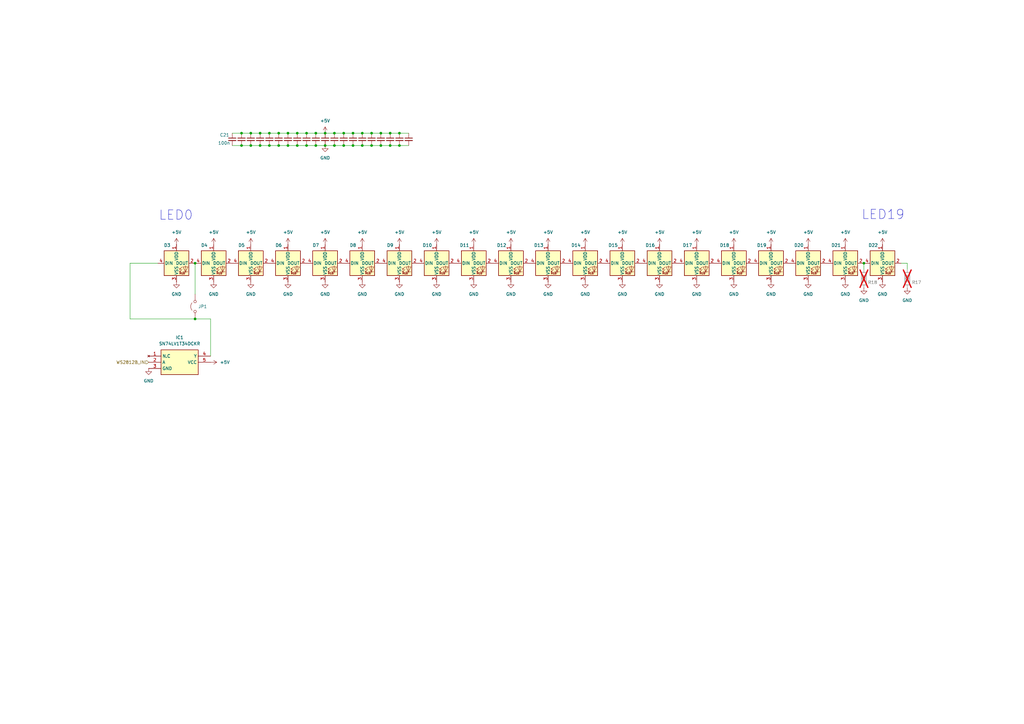
<source format=kicad_sch>
(kicad_sch (version 20231120) (generator "eeschema") (generator_version "8.0")
  (paper "A3")
  (title_block (title "RPM meter LED") (date "2024-11-26") (rev "v1.0") (company "STAPsystem"))
  (lib_symbols
    (symbol "Device:C_Small" (pin_numbers hide) (pin_names (offset 0.254) hide)
      (property "Reference" "C" (at 0.254 1.778 0))
      (property "Value" "C_Small" (at 0.254 -2.032 0))
      (symbol "C_Small_0_1"
        (polyline (pts (xy -1.524 -0.508) (xy 1.524 -0.508)) (stroke (width 0.3302)))
        (polyline (pts (xy -1.524 0.508) (xy 1.524 0.508)) (stroke (width 0.3048)))
      )
      (symbol "C_Small_1_1"
        (pin passive line (at 0 2.54 270) (length 2.032) (name "~") (number "1"))
        (pin passive line (at 0 -2.54 90) (length 2.032) (name "~") (number "2"))
      )
    )
    (symbol "Device:R" (pin_numbers hide) (pin_names (offset 0))
      (property "Reference" "R" (at 2.032 0 90))
      (property "Value" "R" (at 0 0 90))
      (symbol "R_0_1"
        (rectangle (start -1.016 -2.54) (end 1.016 2.54) (stroke (width 0.254)))
      )
      (symbol "R_1_1"
        (pin passive line (at 0 3.81 270) (length 1.27) (name "~") (number "1"))
        (pin passive line (at 0 -3.81 90) (length 1.27) (name "~") (number "2"))
      )
    )
    (symbol "Jumper:Jumper_2_Open" (pin_numbers hide) (pin_names (offset 0) hide) (exclude_from_sim yes)
      (property "Reference" "JP" (at 0 2.794 0))
      (property "Value" "Jumper_2_Open" (at 0 -2.286 0))
      (symbol "Jumper_2_Open_0_0"
        (circle (center -2.032 0) (radius 0.508))
        (circle (center 2.032 0) (radius 0.508))
      )
      (symbol "Jumper_2_Open_0_1"
        (arc (start 1.524 1.27) (mid 0 1.778) (end -1.524 1.27))
      )
      (symbol "Jumper_2_Open_1_1"
        (pin passive line (at -5.08 0 0) (length 2.54) (name "A") (number "1"))
        (pin passive line (at 5.08 0 180) (length 2.54) (name "B") (number "2"))
      )
    )
    (symbol "LED:WS2812B" (pin_names (offset 0.254))
      (property "Reference" "D" (at 5.08 5.715 0))
      (property "Value" "WS2812B" (at 1.27 -5.715 0))
      (symbol "WS2812B_0_0"
        (text "RGB" (at 2.286 -4.191 0) (effects (font (size 0.762 0.762))))
      )
      (symbol "WS2812B_0_1"
        (polyline (pts (xy 1.27 -3.556) (xy 1.778 -3.556)))
        (polyline (pts (xy 1.27 -2.54) (xy 1.778 -2.54)))
        (polyline (pts (xy 4.699 -3.556) (xy 2.667 -3.556)))
        (polyline (pts (xy 2.286 -2.54) (xy 1.27 -3.556) (xy 1.27 -3.048)))
        (polyline (pts (xy 2.286 -1.524) (xy 1.27 -2.54) (xy 1.27 -2.032)))
        (polyline (pts (xy 3.683 -1.016) (xy 3.683 -3.556) (xy 3.683 -4.064)))
        (polyline (pts (xy 4.699 -1.524) (xy 2.667 -1.524) (xy 3.683 -3.556) (xy 4.699 -1.524)))
        (rectangle (start 5.08 5.08) (end -5.08 -5.08) (stroke (width 0.254)) (fill (type background)))
      )
      (symbol "WS2812B_1_1"
        (pin power_in line (at 0 7.62 270) (length 2.54) (name "VDD") (number "1"))
        (pin output line (at 7.62 0 180) (length 2.54) (name "DOUT") (number "2"))
        (pin power_in line (at 0 -7.62 90) (length 2.54) (name "VSS") (number "3"))
        (pin input line (at -7.62 0 0) (length 2.54) (name "DIN") (number "4"))
      )
    )
    (symbol "local_library:SN74LV1T34DCKR"
      (property "Reference" "IC" (at 21.59 7.62 0))
      (property "Value" "SN74LV1T34DCKR" (at 21.59 5.08 0))
      (symbol "SN74LV1T34DCKR_1_1"
        (rectangle (start 5.08 2.54) (end 20.32 -7.62) (stroke (width 0.254)) (fill (type background)))
        (pin no_connect line (at 0 0 0) (length 5.08) (name "N.C") (number "1"))
        (pin passive line (at 0 -2.54 0) (length 5.08) (name "A") (number "2"))
        (pin passive line (at 0 -5.08 0) (length 5.08) (name "GND") (number "3"))
        (pin passive line (at 25.4 0 180) (length 5.08) (name "Y") (number "4"))
        (pin passive line (at 25.4 -2.54 180) (length 5.08) (name "VCC") (number "5"))
      )
    )
    (symbol "power:+5V" (power) (pin_numbers hide) (pin_names (offset 0) hide)
      (property "Value" "+5V" (at 0 3.556 0))
      (symbol "+5V_0_1"
        (polyline (pts (xy -0.762 1.27) (xy 0 2.54)))
        (polyline (pts (xy 0 0) (xy 0 2.54)))
        (polyline (pts (xy 0 2.54) (xy 0.762 1.27)))
      )
      (symbol "+5V_1_1"
        (pin power_in line (at 0 0 90) (length 0) (name "~") (number "1"))
      )
    )
    (symbol "power:GND" (power) (pin_numbers hide) (pin_names (offset 0) hide)
      (property "Value" "GND" (at 0 -3.81 0))
      (symbol "GND_0_1"
        (polyline (pts (xy 0 0) (xy 0 -1.27) (xy 1.27 -1.27) (xy 0 -2.54) (xy -1.27 -1.27) (xy 0 -1.27)))
      )
      (symbol "GND_1_1"
        (pin power_in line (at 0 0 270) (length 0) (name "~") (number "1"))
      )
    )
  )
  (junction (at 80.01 130.81))
  (junction (at 152.4 54.61))
  (junction (at 121.92 59.69))
  (junction (at 148.59 54.61))
  (junction (at 160.02 59.69))
  (junction (at 114.3 54.61))
  (junction (at 118.11 59.69))
  (junction (at 156.21 59.69))
  (junction (at 354.33 107.95))
  (junction (at 133.35 59.69))
  (junction (at 148.59 59.69))
  (junction (at 163.83 54.61))
  (junction (at 114.3 59.69))
  (junction (at 160.02 54.61))
  (junction (at 99.06 59.69))
  (junction (at 110.49 54.61))
  (junction (at 129.54 59.69))
  (junction (at 129.54 54.61))
  (junction (at 140.97 54.61))
  (junction (at 99.06 54.61))
  (junction (at 106.68 59.69))
  (junction (at 137.16 59.69))
  (junction (at 133.35 54.61))
  (junction (at 125.73 54.61))
  (junction (at 152.4 59.69))
  (junction (at 110.49 59.69))
  (junction (at 118.11 54.61))
  (junction (at 144.78 54.61))
  (junction (at 140.97 59.69))
  (junction (at 106.68 54.61))
  (junction (at 102.87 54.61))
  (junction (at 156.21 54.61))
  (junction (at 144.78 59.69))
  (junction (at 137.16 54.61))
  (junction (at 163.83 59.69))
  (junction (at 121.92 54.61))
  (junction (at 102.87 59.69))
  (junction (at 125.73 59.69))
  (junction (at 80.01 107.95))
  (wire (pts (xy 372.11 107.95) (xy 372.11 110.49)))
  (wire (pts (xy 118.11 59.69) (xy 121.92 59.69)))
  (wire (pts (xy 106.68 59.69) (xy 110.49 59.69)))
  (wire (pts (xy 137.16 59.69) (xy 140.97 59.69)))
  (wire (pts (xy 86.36 130.81) (xy 80.01 130.81)))
  (wire (pts (xy 80.01 107.95) (xy 80.01 120.65)))
  (wire (pts (xy 118.11 54.61) (xy 121.92 54.61)))
  (wire (pts (xy 156.21 59.69) (xy 160.02 59.69)))
  (wire (pts (xy 163.83 54.61) (xy 167.64 54.61)))
  (wire (pts (xy 354.33 107.95) (xy 354.33 110.49)))
  (wire (pts (xy 144.78 59.69) (xy 148.59 59.69)))
  (wire (pts (xy 121.92 54.61) (xy 125.73 54.61)))
  (wire (pts (xy 129.54 54.61) (xy 133.35 54.61)))
  (wire (pts (xy 137.16 54.61) (xy 140.97 54.61)))
  (wire (pts (xy 102.87 54.61) (xy 106.68 54.61)))
  (wire (pts (xy 114.3 59.69) (xy 118.11 59.69)))
  (wire (pts (xy 152.4 59.69) (xy 156.21 59.69)))
  (wire (pts (xy 125.73 54.61) (xy 129.54 54.61)))
  (wire (pts (xy 110.49 54.61) (xy 114.3 54.61)))
  (wire (pts (xy 86.36 146.05) (xy 86.36 130.81)))
  (wire (pts (xy 140.97 59.69) (xy 144.78 59.69)))
  (wire (pts (xy 163.83 59.69) (xy 167.64 59.69)))
  (wire (pts (xy 106.68 54.61) (xy 110.49 54.61)))
  (wire (pts (xy 125.73 59.69) (xy 129.54 59.69)))
  (wire (pts (xy 152.4 54.61) (xy 156.21 54.61)))
  (wire (pts (xy 160.02 59.69) (xy 163.83 59.69)))
  (wire (pts (xy 114.3 54.61) (xy 118.11 54.61)))
  (wire (pts (xy 133.35 59.69) (xy 137.16 59.69)))
  (wire (pts (xy 95.25 59.69) (xy 99.06 59.69)))
  (wire (pts (xy 99.06 59.69) (xy 102.87 59.69)))
  (wire (pts (xy 80.01 130.81) (xy 53.34 130.81)))
  (wire (pts (xy 140.97 54.61) (xy 144.78 54.61)))
  (wire (pts (xy 144.78 54.61) (xy 148.59 54.61)))
  (wire (pts (xy 160.02 54.61) (xy 163.83 54.61)))
  (wire (pts (xy 99.06 54.61) (xy 102.87 54.61)))
  (wire (pts (xy 148.59 54.61) (xy 152.4 54.61)))
  (wire (pts (xy 121.92 59.69) (xy 125.73 59.69)))
  (wire (pts (xy 53.34 130.81) (xy 53.34 107.95)))
  (wire (pts (xy 129.54 59.69) (xy 133.35 59.69)))
  (wire (pts (xy 110.49 59.69) (xy 114.3 59.69)))
  (wire (pts (xy 133.35 54.61) (xy 137.16 54.61)))
  (wire (pts (xy 95.25 54.61) (xy 99.06 54.61)))
  (wire (pts (xy 53.34 107.95) (xy 64.77 107.95)))
  (wire (pts (xy 369.57 107.95) (xy 372.11 107.95)))
  (wire (pts (xy 102.87 59.69) (xy 106.68 59.69)))
  (wire (pts (xy 148.59 59.69) (xy 152.4 59.69)))
  (wire (pts (xy 156.21 54.61) (xy 160.02 54.61)))
  (text "LED19" (at 362.204 88.138 0) (effects (font (size 3.81 3.81))))
  (text "LED0" (at 72.136 88.392 0) (effects (font (size 3.81 3.81))))
  (hierarchical_label "WS2812B_IN" (shape input) (at 60.96 148.59 180))
  (symbol (lib_id "power:+5V") (at 285.75 100.33 0) (unit 1)
    (property "Reference" "#PWR077" (effects (hide yes)))
    (property "Value" "+5V" (at 285.75 95.25 0))
    (property "Description" "Power symbol creates a global label with name \"+5V\"" (effects (hide yes)))
  )
  (symbol (lib_id "Device:C_Small") (at 152.4 57.15 0) (unit 1)
    (property "Reference" "C43" (effects (hide yes)))
    (property "Value" "100n" (effects (hide yes)))
    (property "Footprint" "Capacitor_SMD:C_0603_1608Metric" (effects (hide yes)))
    (property "Description" "Unpolarized capacitor, small symbol" (effects (hide yes)))
  )
  (symbol (lib_id "LED:WS2812B") (at 133.35 107.95 0) (unit 1)
    (property "Reference" "D7" (at 129.54 100.584 0))
    (property "Value" "WS2812B" (effects (hide yes)))
    (property "Footprint" "Library_local:LED_WS2812B-2020_PLCC4_2.0x2.0mm" (effects (hide yes)))
    (property "Datasheet" "https://cdn-shop.adafruit.com/datasheets/WS2812B.pdf" (effects (hide yes)))
    (property "Description" "RGB LED with integrated controller" (effects (hide yes)))
  )
  (symbol (lib_id "power:+5V") (at 255.27 100.33 0) (unit 1)
    (property "Reference" "#PWR073" (effects (hide yes)))
    (property "Value" "+5V" (at 255.27 95.25 0))
    (property "Description" "Power symbol creates a global label with name \"+5V\"" (effects (hide yes)))
  )
  (symbol (lib_id "power:+5V") (at 270.51 100.33 0) (unit 1)
    (property "Reference" "#PWR075" (effects (hide yes)))
    (property "Value" "+5V" (at 270.51 95.25 0))
    (property "Description" "Power symbol creates a global label with name \"+5V\"" (effects (hide yes)))
  )
  (symbol (lib_id "Device:C_Small") (at 118.11 57.15 0) (unit 1)
    (property "Reference" "C34" (effects (hide yes)))
    (property "Value" "100n" (effects (hide yes)))
    (property "Footprint" "Capacitor_SMD:C_0603_1608Metric" (effects (hide yes)))
    (property "Description" "Unpolarized capacitor, small symbol" (effects (hide yes)))
  )
  (symbol (lib_id "LED:WS2812B") (at 179.07 107.95 0) (unit 1)
    (property "Reference" "D10" (at 175.26 100.584 0))
    (property "Value" "WS2812B" (effects (hide yes)))
    (property "Footprint" "Library_local:LED_WS2812B-2020_PLCC4_2.0x2.0mm" (effects (hide yes)))
    (property "Datasheet" "https://cdn-shop.adafruit.com/datasheets/WS2812B.pdf" (effects (hide yes)))
    (property "Description" "RGB LED with integrated controller" (effects (hide yes)))
  )
  (symbol (lib_id "power:GND") (at 270.51 115.57 0) (unit 1)
    (property "Reference" "#PWR076" (effects (hide yes)))
    (property "Value" "GND" (at 270.51 120.65 0))
    (property "Description" "Power symbol creates a global label with name \"GND\" , ground" (effects (hide yes)))
  )
  (symbol (lib_id "power:+5V") (at 102.87 100.33 0) (unit 1)
    (property "Reference" "#PWR012" (effects (hide yes)))
    (property "Value" "+5V" (at 102.87 95.25 0))
    (property "Description" "Power symbol creates a global label with name \"+5V\"" (effects (hide yes)))
  )
  (symbol (lib_id "power:GND") (at 300.99 115.57 0) (unit 1)
    (property "Reference" "#PWR080" (effects (hide yes)))
    (property "Value" "GND" (at 300.99 120.65 0))
    (property "Description" "Power symbol creates a global label with name \"GND\" , ground" (effects (hide yes)))
  )
  (symbol (lib_id "power:+5V") (at 224.79 100.33 0) (unit 1)
    (property "Reference" "#PWR069" (effects (hide yes)))
    (property "Value" "+5V" (at 224.79 95.25 0))
    (property "Description" "Power symbol creates a global label with name \"+5V\"" (effects (hide yes)))
  )
  (symbol (lib_id "power:GND") (at 148.59 115.57 0) (unit 1)
    (property "Reference" "#PWR019" (effects (hide yes)))
    (property "Value" "GND" (at 148.59 120.65 0))
    (property "Description" "Power symbol creates a global label with name \"GND\" , ground" (effects (hide yes)))
  )
  (symbol (lib_id "LED:WS2812B") (at 240.03 107.95 0) (unit 1)
    (property "Reference" "D14" (at 236.22 100.584 0))
    (property "Value" "WS2812B" (effects (hide yes)))
    (property "Footprint" "Library_local:LED_WS2812B-2020_PLCC4_2.0x2.0mm" (effects (hide yes)))
    (property "Datasheet" "https://cdn-shop.adafruit.com/datasheets/WS2812B.pdf" (effects (hide yes)))
    (property "Description" "RGB LED with integrated controller" (effects (hide yes)))
  )
  (symbol (lib_id "power:+5V") (at 194.31 100.33 0) (unit 1)
    (property "Reference" "#PWR024" (effects (hide yes)))
    (property "Value" "+5V" (at 194.31 95.25 0))
    (property "Description" "Power symbol creates a global label with name \"+5V\"" (effects (hide yes)))
  )
  (symbol (lib_id "power:GND") (at 285.75 115.57 0) (unit 1)
    (property "Reference" "#PWR078" (effects (hide yes)))
    (property "Value" "GND" (at 285.75 120.65 0))
    (property "Description" "Power symbol creates a global label with name \"GND\" , ground" (effects (hide yes)))
  )
  (symbol (lib_id "power:GND") (at 224.79 115.57 0) (unit 1)
    (property "Reference" "#PWR070" (effects (hide yes)))
    (property "Value" "GND" (at 224.79 120.65 0))
    (property "Description" "Power symbol creates a global label with name \"GND\" , ground" (effects (hide yes)))
  )
  (symbol (lib_id "Jumper:Jumper_2_Open") (at 80.01 125.73 90) (unit 1) (exclude_from_sim yes)
    (property "Reference" "JP1" (at 81.28 125.7299 90) (effects (justify right)))
    (property "Value" "Jumper_2_Open" (effects (hide yes)))
    (property "Footprint" "Jumper:SolderJumper-2_P1.3mm_Open_TrianglePad1.0x1.5mm" (effects (hide yes)))
    (property "Description" "Jumper, 2-pole, open" (effects (hide yes)))
  )
  (symbol (lib_id "power:GND") (at 316.23 115.57 0) (unit 1)
    (property "Reference" "#PWR082" (effects (hide yes)))
    (property "Value" "GND" (at 316.23 120.65 0))
    (property "Description" "Power symbol creates a global label with name \"GND\" , ground" (effects (hide yes)))
  )
  (symbol (lib_id "power:GND") (at 72.39 115.57 0) (unit 1)
    (property "Reference" "#PWR08" (effects (hide yes)))
    (property "Value" "GND" (at 72.39 120.65 0))
    (property "Description" "Power symbol creates a global label with name \"GND\" , ground" (effects (hide yes)))
  )
  (symbol (lib_id "power:GND") (at 346.71 115.57 0) (unit 1)
    (property "Reference" "#PWR086" (effects (hide yes)))
    (property "Value" "GND" (at 346.71 120.65 0))
    (property "Description" "Power symbol creates a global label with name \"GND\" , ground" (effects (hide yes)))
  )
  (symbol (lib_id "LED:WS2812B") (at 300.99 107.95 0) (unit 1)
    (property "Reference" "D18" (at 297.18 100.584 0))
    (property "Value" "WS2812B" (effects (hide yes)))
    (property "Footprint" "Library_local:LED_WS2812B-2020_PLCC4_2.0x2.0mm" (effects (hide yes)))
    (property "Datasheet" "https://cdn-shop.adafruit.com/datasheets/WS2812B.pdf" (effects (hide yes)))
    (property "Description" "RGB LED with integrated controller" (effects (hide yes)))
  )
  (symbol (lib_id "Device:C_Small") (at 133.35 57.15 0) (unit 1)
    (property "Reference" "C38" (effects (hide yes)))
    (property "Value" "100n" (effects (hide yes)))
    (property "Footprint" "Capacitor_SMD:C_0603_1608Metric" (effects (hide yes)))
    (property "Description" "Unpolarized capacitor, small symbol" (effects (hide yes)))
  )
  (symbol (lib_id "Device:C_Small") (at 114.3 57.15 0) (unit 1)
    (property "Reference" "C33" (effects (hide yes)))
    (property "Value" "100n" (effects (hide yes)))
    (property "Footprint" "Capacitor_SMD:C_0603_1608Metric" (effects (hide yes)))
    (property "Description" "Unpolarized capacitor, small symbol" (effects (hide yes)))
  )
  (symbol (lib_id "Device:R") (at 372.11 114.3 180) (unit 1) (dnp yes)
    (property "Reference" "R17" (at 375.92 115.824 0))
    (property "Value" "10k" (at 372.11 114.3 90))
    (property "Footprint" "Resistor_SMD:R_0603_1608Metric" (effects (hide yes)))
    (property "Description" "Resistor" (effects (hide yes)))
  )
  (symbol (lib_id "power:+5V") (at 133.35 54.61 0) (unit 1)
    (property "Reference" "#PWR097" (effects (hide yes)))
    (property "Value" "+5V" (at 133.35 49.53 0))
    (property "Description" "Power symbol creates a global label with name \"+5V\"" (effects (hide yes)))
  )
  (symbol (lib_id "power:+5V") (at 179.07 100.33 0) (unit 1)
    (property "Reference" "#PWR022" (effects (hide yes)))
    (property "Value" "+5V" (at 179.07 95.25 0))
    (property "Description" "Power symbol creates a global label with name \"+5V\"" (effects (hide yes)))
  )
  (symbol (lib_id "Device:R") (at 354.33 114.3 180) (unit 1) (dnp yes)
    (property "Reference" "R18" (at 357.886 115.824 0))
    (property "Value" "10k" (at 354.33 114.3 90))
    (property "Footprint" "Resistor_SMD:R_0603_1608Metric" (effects (hide yes)))
    (property "Description" "Resistor" (effects (hide yes)))
  )
  (symbol (lib_id "power:GND") (at 255.27 115.57 0) (unit 1)
    (property "Reference" "#PWR074" (effects (hide yes)))
    (property "Value" "GND" (at 255.27 120.65 0))
    (property "Description" "Power symbol creates a global label with name \"GND\" , ground" (effects (hide yes)))
  )
  (symbol (lib_id "LED:WS2812B") (at 270.51 107.95 0) (unit 1)
    (property "Reference" "D16" (at 266.7 100.584 0))
    (property "Value" "WS2812B" (effects (hide yes)))
    (property "Footprint" "Library_local:LED_WS2812B-2020_PLCC4_2.0x2.0mm" (effects (hide yes)))
    (property "Datasheet" "https://cdn-shop.adafruit.com/datasheets/WS2812B.pdf" (effects (hide yes)))
    (property "Description" "RGB LED with integrated controller" (effects (hide yes)))
  )
  (symbol (lib_id "LED:WS2812B") (at 163.83 107.95 0) (unit 1)
    (property "Reference" "D9" (at 160.02 100.584 0))
    (property "Value" "WS2812B" (effects (hide yes)))
    (property "Footprint" "Library_local:LED_WS2812B-2020_PLCC4_2.0x2.0mm" (effects (hide yes)))
    (property "Datasheet" "https://cdn-shop.adafruit.com/datasheets/WS2812B.pdf" (effects (hide yes)))
    (property "Description" "RGB LED with integrated controller" (effects (hide yes)))
  )
  (symbol (lib_id "power:GND") (at 102.87 115.57 0) (unit 1)
    (property "Reference" "#PWR013" (effects (hide yes)))
    (property "Value" "GND" (at 102.87 120.65 0))
    (property "Description" "Power symbol creates a global label with name \"GND\" , ground" (effects (hide yes)))
  )
  (symbol (lib_id "power:+5V") (at 346.71 100.33 0) (unit 1)
    (property "Reference" "#PWR085" (effects (hide yes)))
    (property "Value" "+5V" (at 346.71 95.25 0))
    (property "Description" "Power symbol creates a global label with name \"+5V\"" (effects (hide yes)))
  )
  (symbol (lib_id "power:+5V") (at 361.95 100.33 0) (unit 1)
    (property "Reference" "#PWR087" (effects (hide yes)))
    (property "Value" "+5V" (at 361.95 95.25 0))
    (property "Description" "Power symbol creates a global label with name \"+5V\"" (effects (hide yes)))
  )
  (symbol (lib_id "power:GND") (at 354.33 118.11 0) (unit 1)
    (property "Reference" "#PWR096" (effects (hide yes)))
    (property "Value" "GND" (at 354.33 123.19 0))
    (property "Description" "Power symbol creates a global label with name \"GND\" , ground" (effects (hide yes)))
  )
  (symbol (lib_id "LED:WS2812B") (at 194.31 107.95 0) (unit 1)
    (property "Reference" "D11" (at 190.5 100.584 0))
    (property "Value" "WS2812B" (effects (hide yes)))
    (property "Footprint" "Library_local:LED_WS2812B-2020_PLCC4_2.0x2.0mm" (effects (hide yes)))
    (property "Datasheet" "https://cdn-shop.adafruit.com/datasheets/WS2812B.pdf" (effects (hide yes)))
    (property "Description" "RGB LED with integrated controller" (effects (hide yes)))
  )
  (symbol (lib_id "power:+5V") (at 72.39 100.33 0) (unit 1)
    (property "Reference" "#PWR09" (effects (hide yes)))
    (property "Value" "+5V" (at 72.39 95.25 0))
    (property "Description" "Power symbol creates a global label with name \"+5V\"" (effects (hide yes)))
  )
  (symbol (lib_id "Device:C_Small") (at 129.54 57.15 0) (unit 1)
    (property "Reference" "C37" (effects (hide yes)))
    (property "Value" "100n" (effects (hide yes)))
    (property "Footprint" "Capacitor_SMD:C_0603_1608Metric" (effects (hide yes)))
    (property "Description" "Unpolarized capacitor, small symbol" (effects (hide yes)))
  )
  (symbol (lib_id "power:GND") (at 361.95 115.57 0) (unit 1)
    (property "Reference" "#PWR088" (effects (hide yes)))
    (property "Value" "GND" (at 361.95 120.65 0))
    (property "Description" "Power symbol creates a global label with name \"GND\" , ground" (effects (hide yes)))
  )
  (symbol (lib_id "power:+5V") (at 118.11 100.33 0) (unit 1)
    (property "Reference" "#PWR014" (effects (hide yes)))
    (property "Value" "+5V" (at 118.11 95.25 0))
    (property "Description" "Power symbol creates a global label with name \"+5V\"" (effects (hide yes)))
  )
  (symbol (lib_id "power:GND") (at 209.55 115.57 0) (unit 1)
    (property "Reference" "#PWR027" (effects (hide yes)))
    (property "Value" "GND" (at 209.55 120.65 0))
    (property "Description" "Power symbol creates a global label with name \"GND\" , ground" (effects (hide yes)))
  )
  (symbol (lib_id "Device:C_Small") (at 148.59 57.15 0) (unit 1)
    (property "Reference" "C42" (effects (hide yes)))
    (property "Value" "100n" (effects (hide yes)))
    (property "Footprint" "Capacitor_SMD:C_0603_1608Metric" (effects (hide yes)))
    (property "Description" "Unpolarized capacitor, small symbol" (effects (hide yes)))
  )
  (symbol (lib_id "power:+5V") (at 300.99 100.33 0) (unit 1)
    (property "Reference" "#PWR079" (effects (hide yes)))
    (property "Value" "+5V" (at 300.99 95.25 0))
    (property "Description" "Power symbol creates a global label with name \"+5V\"" (effects (hide yes)))
  )
  (symbol (lib_id "power:+5V") (at 240.03 100.33 0) (unit 1)
    (property "Reference" "#PWR071" (effects (hide yes)))
    (property "Value" "+5V" (at 240.03 95.25 0))
    (property "Description" "Power symbol creates a global label with name \"+5V\"" (effects (hide yes)))
  )
  (symbol (lib_id "power:GND") (at 240.03 115.57 0) (unit 1)
    (property "Reference" "#PWR072" (effects (hide yes)))
    (property "Value" "GND" (at 240.03 120.65 0))
    (property "Description" "Power symbol creates a global label with name \"GND\" , ground" (effects (hide yes)))
  )
  (symbol (lib_id "power:GND") (at 133.35 115.57 0) (unit 1)
    (property "Reference" "#PWR017" (effects (hide yes)))
    (property "Value" "GND" (at 133.35 120.65 0))
    (property "Description" "Power symbol creates a global label with name \"GND\" , ground" (effects (hide yes)))
  )
  (symbol (lib_id "Device:C_Small") (at 144.78 57.15 0) (unit 1)
    (property "Reference" "C41" (effects (hide yes)))
    (property "Value" "100n" (effects (hide yes)))
    (property "Footprint" "Capacitor_SMD:C_0603_1608Metric" (effects (hide yes)))
    (property "Description" "Unpolarized capacitor, small symbol" (effects (hide yes)))
  )
  (symbol (lib_id "Device:C_Small") (at 121.92 57.15 0) (unit 1)
    (property "Reference" "C35" (effects (hide yes)))
    (property "Value" "100n" (effects (hide yes)))
    (property "Footprint" "Capacitor_SMD:C_0603_1608Metric" (effects (hide yes)))
    (property "Description" "Unpolarized capacitor, small symbol" (effects (hide yes)))
  )
  (symbol (lib_id "power:GND") (at 331.47 115.57 0) (unit 1)
    (property "Reference" "#PWR084" (effects (hide yes)))
    (property "Value" "GND" (at 331.47 120.65 0))
    (property "Description" "Power symbol creates a global label with name \"GND\" , ground" (effects (hide yes)))
  )
  (symbol (lib_id "power:+5V") (at 163.83 100.33 0) (unit 1)
    (property "Reference" "#PWR020" (effects (hide yes)))
    (property "Value" "+5V" (at 163.83 95.25 0))
    (property "Description" "Power symbol creates a global label with name \"+5V\"" (effects (hide yes)))
  )
  (symbol (lib_id "LED:WS2812B") (at 361.95 107.95 0) (unit 1)
    (property "Reference" "D22" (at 358.14 100.584 0))
    (property "Value" "WS2812B" (effects (hide yes)))
    (property "Footprint" "Library_local:LED_WS2812B-2020_PLCC4_2.0x2.0mm" (effects (hide yes)))
    (property "Datasheet" "https://cdn-shop.adafruit.com/datasheets/WS2812B.pdf" (effects (hide yes)))
    (property "Description" "RGB LED with integrated controller" (effects (hide yes)))
  )
  (symbol (lib_id "Device:C_Small") (at 125.73 57.15 0) (unit 1)
    (property "Reference" "C36" (effects (hide yes)))
    (property "Value" "100n" (effects (hide yes)))
    (property "Footprint" "Capacitor_SMD:C_0603_1608Metric" (effects (hide yes)))
    (property "Description" "Unpolarized capacitor, small symbol" (effects (hide yes)))
  )
  (symbol (lib_id "Device:C_Small") (at 167.64 57.15 0) (unit 1)
    (property "Reference" "C47" (effects (hide yes)))
    (property "Value" "100n" (effects (hide yes)))
    (property "Footprint" "Capacitor_SMD:C_0603_1608Metric" (effects (hide yes)))
    (property "Description" "Unpolarized capacitor, small symbol" (effects (hide yes)))
  )
  (symbol (lib_id "power:+5V") (at 148.59 100.33 0) (unit 1)
    (property "Reference" "#PWR018" (effects (hide yes)))
    (property "Value" "+5V" (at 148.59 95.25 0))
    (property "Description" "Power symbol creates a global label with name \"+5V\"" (effects (hide yes)))
  )
  (symbol (lib_id "Device:C_Small") (at 106.68 57.15 0) (unit 1)
    (property "Reference" "C31" (effects (hide yes)))
    (property "Value" "100n" (effects (hide yes)))
    (property "Footprint" "Capacitor_SMD:C_0603_1608Metric" (effects (hide yes)))
    (property "Description" "Unpolarized capacitor, small symbol" (effects (hide yes)))
  )
  (symbol (lib_id "Device:C_Small") (at 160.02 57.15 0) (unit 1)
    (property "Reference" "C45" (effects (hide yes)))
    (property "Value" "100n" (effects (hide yes)))
    (property "Footprint" "Capacitor_SMD:C_0603_1608Metric" (effects (hide yes)))
    (property "Description" "Unpolarized capacitor, small symbol" (effects (hide yes)))
  )
  (symbol (lib_id "power:+5V") (at 87.63 100.33 0) (unit 1)
    (property "Reference" "#PWR010" (effects (hide yes)))
    (property "Value" "+5V" (at 87.63 95.25 0))
    (property "Description" "Power symbol creates a global label with name \"+5V\"" (effects (hide yes)))
  )
  (symbol (lib_id "LED:WS2812B") (at 87.63 107.95 0) (unit 1)
    (property "Reference" "D4" (at 83.82 100.584 0))
    (property "Value" "WS2812B" (effects (hide yes)))
    (property "Footprint" "Library_local:LED_WS2812B-2020_PLCC4_2.0x2.0mm" (effects (hide yes)))
    (property "Datasheet" "https://cdn-shop.adafruit.com/datasheets/WS2812B.pdf" (effects (hide yes)))
    (property "Description" "RGB LED with integrated controller" (effects (hide yes)))
  )
  (symbol (lib_id "power:GND") (at 118.11 115.57 0) (unit 1)
    (property "Reference" "#PWR015" (effects (hide yes)))
    (property "Value" "GND" (at 118.11 120.65 0))
    (property "Description" "Power symbol creates a global label with name \"GND\" , ground" (effects (hide yes)))
  )
  (symbol (lib_id "local_library:SN74LV1T34DCKR") (at 60.96 146.05 0) (unit 1)
    (property "Reference" "IC1" (at 73.66 138.43 0))
    (property "Value" "SN74LV1T34DCKR" (at 73.66 140.97 0))
    (property "Footprint" "Library_local:SOT65P210X110-5N" (effects (hide yes)))
    (property "Datasheet" "http://www.ti.com/lit/gpn/sn74lv1t34" (effects (hide yes)))
    (property "Description" "Single Power Supply BUFFER Logic Level Shifter (no enable)" (effects (hide yes)))
    (property "Height" "1.1" (effects (hide yes)))
    (property "Mouser Part Number" "595-SN74LV1T34DCKR" (effects (hide yes)))
    (property "Mouser Price/Stock" "https://www.mouser.co.uk/ProductDetail/Texas-Instruments/SN74LV1T34DCKR?qs=8sOby8ZxZLGjFfifrzzjkQ%3D%3D" (effects (hide yes)))
    (property "Manufacturer_Name" "Texas Instruments" (effects (hide yes)))
    (property "Manufacturer_Part_Number" "SN74LV1T34DCKR" (effects (hide yes)))
  )
  (symbol (lib_id "Device:C_Small") (at 99.06 57.15 0) (unit 1)
    (property "Reference" "C29" (effects (hide yes)))
    (property "Value" "100n" (effects (hide yes)))
    (property "Footprint" "Capacitor_SMD:C_0603_1608Metric" (effects (hide yes)))
    (property "Description" "Unpolarized capacitor, small symbol" (effects (hide yes)))
  )
  (symbol (lib_id "Device:C_Small") (at 110.49 57.15 0) (unit 1)
    (property "Reference" "C32" (effects (hide yes)))
    (property "Value" "100n" (effects (hide yes)))
    (property "Footprint" "Capacitor_SMD:C_0603_1608Metric" (effects (hide yes)))
    (property "Description" "Unpolarized capacitor, small symbol" (effects (hide yes)))
  )
  (symbol (lib_id "LED:WS2812B") (at 209.55 107.95 0) (unit 1)
    (property "Reference" "D12" (at 205.74 100.584 0))
    (property "Value" "WS2812B" (effects (hide yes)))
    (property "Footprint" "Library_local:LED_WS2812B-2020_PLCC4_2.0x2.0mm" (effects (hide yes)))
    (property "Datasheet" "https://cdn-shop.adafruit.com/datasheets/WS2812B.pdf" (effects (hide yes)))
    (property "Description" "RGB LED with integrated controller" (effects (hide yes)))
  )
  (symbol (lib_id "power:+5V") (at 133.35 100.33 0) (unit 1)
    (property "Reference" "#PWR016" (effects (hide yes)))
    (property "Value" "+5V" (at 133.35 95.25 0))
    (property "Description" "Power symbol creates a global label with name \"+5V\"" (effects (hide yes)))
  )
  (symbol (lib_id "power:GND") (at 163.83 115.57 0) (unit 1)
    (property "Reference" "#PWR021" (effects (hide yes)))
    (property "Value" "GND" (at 163.83 120.65 0))
    (property "Description" "Power symbol creates a global label with name \"GND\" , ground" (effects (hide yes)))
  )
  (symbol (lib_id "LED:WS2812B") (at 316.23 107.95 0) (unit 1)
    (property "Reference" "D19" (at 312.42 100.584 0))
    (property "Value" "WS2812B" (effects (hide yes)))
    (property "Footprint" "Library_local:LED_WS2812B-2020_PLCC4_2.0x2.0mm" (effects (hide yes)))
    (property "Datasheet" "https://cdn-shop.adafruit.com/datasheets/WS2812B.pdf" (effects (hide yes)))
    (property "Description" "RGB LED with integrated controller" (effects (hide yes)))
  )
  (symbol (lib_id "Device:C_Small") (at 95.25 57.15 0) (unit 1)
    (property "Reference" "C21" (at 90.17 55.372 0) (effects (justify left)))
    (property "Value" "100n" (at 89.408 58.674 0) (effects (justify left)))
    (property "Footprint" "Capacitor_SMD:C_0603_1608Metric" (effects (hide yes)))
    (property "Description" "Unpolarized capacitor, small symbol" (effects (hide yes)))
  )
  (symbol (lib_id "power:GND") (at 179.07 115.57 0) (unit 1)
    (property "Reference" "#PWR023" (effects (hide yes)))
    (property "Value" "GND" (at 179.07 120.65 0))
    (property "Description" "Power symbol creates a global label with name \"GND\" , ground" (effects (hide yes)))
  )
  (symbol (lib_id "LED:WS2812B") (at 72.39 107.95 0) (unit 1)
    (property "Reference" "D3" (at 68.58 100.584 0))
    (property "Value" "WS2812B" (effects (hide yes)))
    (property "Footprint" "Library_local:LED_WS2812B-2020_PLCC4_2.0x2.0mm" (effects (hide yes)))
    (property "Datasheet" "https://cdn-shop.adafruit.com/datasheets/WS2812B.pdf" (effects (hide yes)))
    (property "Description" "RGB LED with integrated controller" (effects (hide yes)))
  )
  (symbol (lib_id "Device:C_Small") (at 137.16 57.15 0) (unit 1)
    (property "Reference" "C39" (effects (hide yes)))
    (property "Value" "100n" (effects (hide yes)))
    (property "Footprint" "Capacitor_SMD:C_0603_1608Metric" (effects (hide yes)))
    (property "Description" "Unpolarized capacitor, small symbol" (effects (hide yes)))
  )
  (symbol (lib_id "power:GND") (at 60.96 151.13 0) (unit 1)
    (property "Reference" "#PWR090" (effects (hide yes)))
    (property "Value" "GND" (at 60.96 156.21 0))
    (property "Description" "Power symbol creates a global label with name \"GND\" , ground" (effects (hide yes)))
  )
  (symbol (lib_id "power:+5V") (at 316.23 100.33 0) (unit 1)
    (property "Reference" "#PWR081" (effects (hide yes)))
    (property "Value" "+5V" (at 316.23 95.25 0))
    (property "Description" "Power symbol creates a global label with name \"+5V\"" (effects (hide yes)))
  )
  (symbol (lib_id "power:+5V") (at 86.36 148.59 270) (unit 1)
    (property "Reference" "#PWR089" (effects (hide yes)))
    (property "Value" "+5V" (at 90.17 148.5899 90) (effects (justify left)))
    (property "Description" "Power symbol creates a global label with name \"+5V\"" (effects (hide yes)))
  )
  (symbol (lib_id "power:GND") (at 194.31 115.57 0) (unit 1)
    (property "Reference" "#PWR025" (effects (hide yes)))
    (property "Value" "GND" (at 194.31 120.65 0))
    (property "Description" "Power symbol creates a global label with name \"GND\" , ground" (effects (hide yes)))
  )
  (symbol (lib_id "Device:C_Small") (at 102.87 57.15 0) (unit 1)
    (property "Reference" "C30" (effects (hide yes)))
    (property "Value" "100n" (effects (hide yes)))
    (property "Footprint" "Capacitor_SMD:C_0603_1608Metric" (effects (hide yes)))
    (property "Description" "Unpolarized capacitor, small symbol" (effects (hide yes)))
  )
  (symbol (lib_id "power:+5V") (at 331.47 100.33 0) (unit 1)
    (property "Reference" "#PWR083" (effects (hide yes)))
    (property "Value" "+5V" (at 331.47 95.25 0))
    (property "Description" "Power symbol creates a global label with name \"+5V\"" (effects (hide yes)))
  )
  (symbol (lib_id "LED:WS2812B") (at 224.79 107.95 0) (unit 1)
    (property "Reference" "D13" (at 220.98 100.584 0))
    (property "Value" "WS2812B" (effects (hide yes)))
    (property "Footprint" "Library_local:LED_WS2812B-2020_PLCC4_2.0x2.0mm" (effects (hide yes)))
    (property "Datasheet" "https://cdn-shop.adafruit.com/datasheets/WS2812B.pdf" (effects (hide yes)))
    (property "Description" "RGB LED with integrated controller" (effects (hide yes)))
  )
  (symbol (lib_id "power:GND") (at 133.35 59.69 0) (unit 1)
    (property "Reference" "#PWR098" (effects (hide yes)))
    (property "Value" "GND" (at 133.35 64.77 0))
    (property "Description" "Power symbol creates a global label with name \"GND\" , ground" (effects (hide yes)))
  )
  (symbol (lib_id "Device:C_Small") (at 163.83 57.15 0) (unit 1)
    (property "Reference" "C46" (effects (hide yes)))
    (property "Value" "100n" (effects (hide yes)))
    (property "Footprint" "Capacitor_SMD:C_0603_1608Metric" (effects (hide yes)))
    (property "Description" "Unpolarized capacitor, small symbol" (effects (hide yes)))
  )
  (symbol (lib_id "power:GND") (at 372.11 118.11 0) (unit 1)
    (property "Reference" "#PWR095" (effects (hide yes)))
    (property "Value" "GND" (at 372.11 123.19 0))
    (property "Description" "Power symbol creates a global label with name \"GND\" , ground" (effects (hide yes)))
  )
  (symbol (lib_id "power:GND") (at 87.63 115.57 0) (unit 1)
    (property "Reference" "#PWR011" (effects (hide yes)))
    (property "Value" "GND" (at 87.63 120.65 0))
    (property "Description" "Power symbol creates a global label with name \"GND\" , ground" (effects (hide yes)))
  )
  (symbol (lib_id "LED:WS2812B") (at 118.11 107.95 0) (unit 1)
    (property "Reference" "D6" (at 114.3 100.584 0))
    (property "Value" "WS2812B" (effects (hide yes)))
    (property "Footprint" "Library_local:LED_WS2812B-2020_PLCC4_2.0x2.0mm" (effects (hide yes)))
    (property "Datasheet" "https://cdn-shop.adafruit.com/datasheets/WS2812B.pdf" (effects (hide yes)))
    (property "Description" "RGB LED with integrated controller" (effects (hide yes)))
  )
  (symbol (lib_id "LED:WS2812B") (at 255.27 107.95 0) (unit 1)
    (property "Reference" "D15" (at 251.46 100.584 0))
    (property "Value" "WS2812B" (effects (hide yes)))
    (property "Footprint" "Library_local:LED_WS2812B-2020_PLCC4_2.0x2.0mm" (effects (hide yes)))
    (property "Datasheet" "https://cdn-shop.adafruit.com/datasheets/WS2812B.pdf" (effects (hide yes)))
    (property "Description" "RGB LED with integrated controller" (effects (hide yes)))
  )
  (symbol (lib_id "LED:WS2812B") (at 331.47 107.95 0) (unit 1)
    (property "Reference" "D20" (at 327.66 100.584 0))
    (property "Value" "WS2812B" (effects (hide yes)))
    (property "Footprint" "Library_local:LED_WS2812B-2020_PLCC4_2.0x2.0mm" (effects (hide yes)))
    (property "Datasheet" "https://cdn-shop.adafruit.com/datasheets/WS2812B.pdf" (effects (hide yes)))
    (property "Description" "RGB LED with integrated controller" (effects (hide yes)))
  )
  (symbol (lib_id "Device:C_Small") (at 156.21 57.15 0) (unit 1)
    (property "Reference" "C44" (effects (hide yes)))
    (property "Value" "100n" (effects (hide yes)))
    (property "Footprint" "Capacitor_SMD:C_0603_1608Metric" (effects (hide yes)))
    (property "Description" "Unpolarized capacitor, small symbol" (effects (hide yes)))
  )
  (symbol (lib_id "power:+5V") (at 209.55 100.33 0) (unit 1)
    (property "Reference" "#PWR026" (effects (hide yes)))
    (property "Value" "+5V" (at 209.55 95.25 0))
    (property "Description" "Power symbol creates a global label with name \"+5V\"" (effects (hide yes)))
  )
  (symbol (lib_id "LED:WS2812B") (at 102.87 107.95 0) (unit 1)
    (property "Reference" "D5" (at 99.06 100.584 0))
    (property "Value" "WS2812B" (effects (hide yes)))
    (property "Footprint" "Library_local:LED_WS2812B-2020_PLCC4_2.0x2.0mm" (effects (hide yes)))
    (property "Datasheet" "https://cdn-shop.adafruit.com/datasheets/WS2812B.pdf" (effects (hide yes)))
    (property "Description" "RGB LED with integrated controller" (effects (hide yes)))
  )
  (symbol (lib_id "LED:WS2812B") (at 285.75 107.95 0) (unit 1)
    (property "Reference" "D17" (at 281.94 100.584 0))
    (property "Value" "WS2812B" (effects (hide yes)))
    (property "Footprint" "Library_local:LED_WS2812B-2020_PLCC4_2.0x2.0mm" (effects (hide yes)))
    (property "Datasheet" "https://cdn-shop.adafruit.com/datasheets/WS2812B.pdf" (effects (hide yes)))
    (property "Description" "RGB LED with integrated controller" (effects (hide yes)))
  )
  (symbol (lib_id "LED:WS2812B") (at 346.71 107.95 0) (unit 1)
    (property "Reference" "D21" (at 342.9 100.584 0))
    (property "Value" "WS2812B" (effects (hide yes)))
    (property "Footprint" "Library_local:LED_WS2812B-2020_PLCC4_2.0x2.0mm" (effects (hide yes)))
    (property "Datasheet" "https://cdn-shop.adafruit.com/datasheets/WS2812B.pdf" (effects (hide yes)))
    (property "Description" "RGB LED with integrated controller" (effects (hide yes)))
  )
  (symbol (lib_id "Device:C_Small") (at 140.97 57.15 0) (unit 1)
    (property "Reference" "C40" (effects (hide yes)))
    (property "Value" "100n" (effects (hide yes)))
    (property "Footprint" "Capacitor_SMD:C_0603_1608Metric" (effects (hide yes)))
    (property "Description" "Unpolarized capacitor, small symbol" (effects (hide yes)))
  )
  (symbol (lib_id "LED:WS2812B") (at 148.59 107.95 0) (unit 1)
    (property "Reference" "D8" (at 144.78 100.584 0))
    (property "Value" "WS2812B" (effects (hide yes)))
    (property "Footprint" "Library_local:LED_WS2812B-2020_PLCC4_2.0x2.0mm" (effects (hide yes)))
    (property "Datasheet" "https://cdn-shop.adafruit.com/datasheets/WS2812B.pdf" (effects (hide yes)))
    (property "Description" "RGB LED with integrated controller" (effects (hide yes)))
  )
)
</source>
